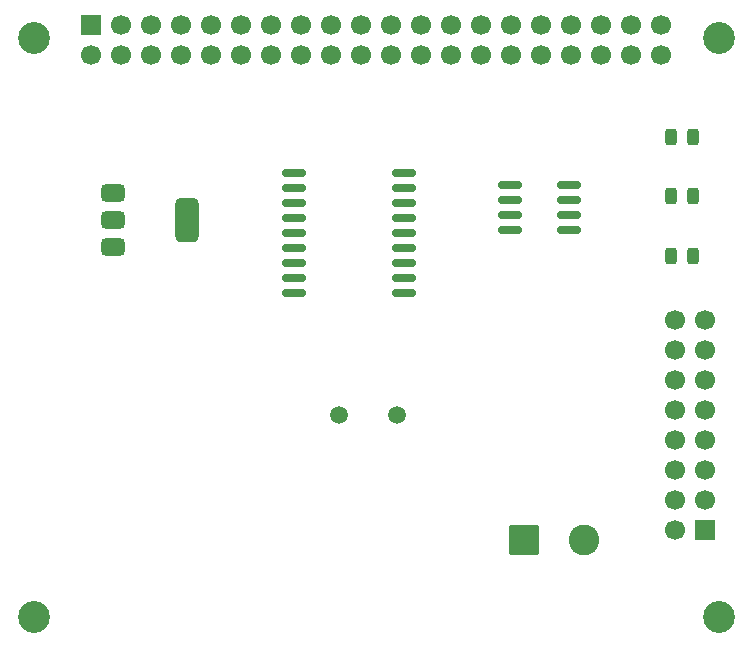
<source format=gts>
%TF.GenerationSoftware,KiCad,Pcbnew,9.0.7*%
%TF.CreationDate,2026-02-04T14:07:26-06:00*%
%TF.ProjectId,can-hat,63616e2d-6861-4742-9e6b-696361645f70,rev?*%
%TF.SameCoordinates,Original*%
%TF.FileFunction,Soldermask,Top*%
%TF.FilePolarity,Negative*%
%FSLAX46Y46*%
G04 Gerber Fmt 4.6, Leading zero omitted, Abs format (unit mm)*
G04 Created by KiCad (PCBNEW 9.0.7) date 2026-02-04 14:07:26*
%MOMM*%
%LPD*%
G01*
G04 APERTURE LIST*
G04 Aperture macros list*
%AMRoundRect*
0 Rectangle with rounded corners*
0 $1 Rounding radius*
0 $2 $3 $4 $5 $6 $7 $8 $9 X,Y pos of 4 corners*
0 Add a 4 corners polygon primitive as box body*
4,1,4,$2,$3,$4,$5,$6,$7,$8,$9,$2,$3,0*
0 Add four circle primitives for the rounded corners*
1,1,$1+$1,$2,$3*
1,1,$1+$1,$4,$5*
1,1,$1+$1,$6,$7*
1,1,$1+$1,$8,$9*
0 Add four rect primitives between the rounded corners*
20,1,$1+$1,$2,$3,$4,$5,0*
20,1,$1+$1,$4,$5,$6,$7,0*
20,1,$1+$1,$6,$7,$8,$9,0*
20,1,$1+$1,$8,$9,$2,$3,0*%
G04 Aperture macros list end*
%ADD10RoundRect,0.150000X-0.825000X-0.150000X0.825000X-0.150000X0.825000X0.150000X-0.825000X0.150000X0*%
%ADD11RoundRect,0.243750X-0.243750X-0.456250X0.243750X-0.456250X0.243750X0.456250X-0.243750X0.456250X0*%
%ADD12RoundRect,0.150000X-0.875000X-0.150000X0.875000X-0.150000X0.875000X0.150000X-0.875000X0.150000X0*%
%ADD13R,1.700000X1.700000*%
%ADD14C,1.700000*%
%ADD15RoundRect,0.375000X-0.625000X-0.375000X0.625000X-0.375000X0.625000X0.375000X-0.625000X0.375000X0*%
%ADD16RoundRect,0.500000X-0.500000X-1.400000X0.500000X-1.400000X0.500000X1.400000X-0.500000X1.400000X0*%
%ADD17RoundRect,0.250000X-1.050000X-1.050000X1.050000X-1.050000X1.050000X1.050000X-1.050000X1.050000X0*%
%ADD18C,2.600000*%
%ADD19C,2.700000*%
%ADD20C,1.500000*%
G04 APERTURE END LIST*
D10*
%TO.C,U3*%
X158500000Y-48500000D03*
X158500000Y-49770000D03*
X158500000Y-51040000D03*
X158500000Y-52310000D03*
X163450000Y-52310000D03*
X163450000Y-51040000D03*
X163450000Y-49770000D03*
X163450000Y-48500000D03*
%TD*%
D11*
%TO.C,LED2*%
X172125000Y-49500000D03*
X174000000Y-49500000D03*
%TD*%
D12*
%TO.C,U2*%
X140200000Y-47500000D03*
X140200000Y-48770000D03*
X140200000Y-50040000D03*
X140200000Y-51310000D03*
X140200000Y-52580000D03*
X140200000Y-53850000D03*
X140200000Y-55120000D03*
X140200000Y-56390000D03*
X140200000Y-57660000D03*
X149500000Y-57660000D03*
X149500000Y-56390000D03*
X149500000Y-55120000D03*
X149500000Y-53850000D03*
X149500000Y-52580000D03*
X149500000Y-51310000D03*
X149500000Y-50040000D03*
X149500000Y-48770000D03*
X149500000Y-47500000D03*
%TD*%
D13*
%TO.C,J2*%
X175040000Y-77700000D03*
D14*
X172500000Y-77700000D03*
X175040000Y-75160000D03*
X172500000Y-75160000D03*
X175040000Y-72620000D03*
X172500000Y-72620000D03*
X175040000Y-70080000D03*
X172500000Y-70080000D03*
X175040000Y-67540000D03*
X172500000Y-67540000D03*
X175040000Y-65000000D03*
X172500000Y-65000000D03*
X175040000Y-62460000D03*
X172500000Y-62460000D03*
X175040000Y-59920000D03*
X172500000Y-59920000D03*
%TD*%
D15*
%TO.C,U1*%
X124850000Y-49200000D03*
X124850000Y-51500000D03*
D16*
X131150000Y-51500000D03*
D15*
X124850000Y-53800000D03*
%TD*%
D11*
%TO.C,LED3*%
X172125000Y-54500000D03*
X174000000Y-54500000D03*
%TD*%
D17*
%TO.C,J3*%
X159685000Y-78570000D03*
D18*
X164765000Y-78570000D03*
%TD*%
D19*
%TO.C,H1*%
X118185000Y-36070000D03*
%TD*%
%TO.C,H2*%
X176185000Y-36070000D03*
%TD*%
%TO.C,H3*%
X118185000Y-85070000D03*
%TD*%
%TO.C,H4*%
X176185000Y-85070000D03*
%TD*%
D11*
%TO.C,LED1*%
X172125000Y-44430000D03*
X174000000Y-44430000D03*
%TD*%
D20*
%TO.C,Y1*%
X144060000Y-68000000D03*
X148940000Y-68000000D03*
%TD*%
D13*
%TO.C,J1*%
X123020000Y-35000000D03*
D14*
X123020000Y-37540000D03*
X125560000Y-35000000D03*
X125560000Y-37540000D03*
X128100000Y-35000000D03*
X128100000Y-37540000D03*
X130640000Y-35000000D03*
X130640000Y-37540000D03*
X133180000Y-35000000D03*
X133180000Y-37540000D03*
X135720000Y-35000000D03*
X135720000Y-37540000D03*
X138260000Y-35000000D03*
X138260000Y-37540000D03*
X140800000Y-35000000D03*
X140800000Y-37540000D03*
X143340000Y-35000000D03*
X143340000Y-37540000D03*
X145880000Y-35000000D03*
X145880000Y-37540000D03*
X148420000Y-35000000D03*
X148420000Y-37540000D03*
X150960000Y-35000000D03*
X150960000Y-37540000D03*
X153500000Y-35000000D03*
X153500000Y-37540000D03*
X156040000Y-35000000D03*
X156040000Y-37540000D03*
X158580000Y-35000000D03*
X158580000Y-37540000D03*
X161120000Y-35000000D03*
X161120000Y-37540000D03*
X163660000Y-35000000D03*
X163660000Y-37540000D03*
X166200000Y-35000000D03*
X166200000Y-37540000D03*
X168740000Y-35000000D03*
X168740000Y-37540000D03*
X171280000Y-35000000D03*
X171280000Y-37540000D03*
%TD*%
M02*

</source>
